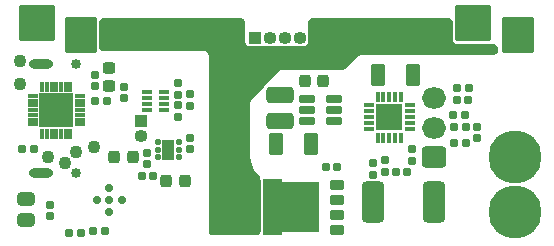
<source format=gbs>
G04 #@! TF.GenerationSoftware,KiCad,Pcbnew,8.0.7-8.0.7-0~ubuntu24.04.1*
G04 #@! TF.CreationDate,2025-01-09T22:08:51-07:00*
G04 #@! TF.ProjectId,2s 40A PSU and charger,32732034-3041-4205-9053-5520616e6420,V1*
G04 #@! TF.SameCoordinates,Original*
G04 #@! TF.FileFunction,Soldermask,Bot*
G04 #@! TF.FilePolarity,Negative*
%FSLAX46Y46*%
G04 Gerber Fmt 4.6, Leading zero omitted, Abs format (unit mm)*
G04 Created by KiCad (PCBNEW 8.0.7-8.0.7-0~ubuntu24.04.1) date 2025-01-09 22:08:51*
%MOMM*%
%LPD*%
G01*
G04 APERTURE LIST*
G04 Aperture macros list*
%AMRoundRect*
0 Rectangle with rounded corners*
0 $1 Rounding radius*
0 $2 $3 $4 $5 $6 $7 $8 $9 X,Y pos of 4 corners*
0 Add a 4 corners polygon primitive as box body*
4,1,4,$2,$3,$4,$5,$6,$7,$8,$9,$2,$3,0*
0 Add four circle primitives for the rounded corners*
1,1,$1+$1,$2,$3*
1,1,$1+$1,$4,$5*
1,1,$1+$1,$6,$7*
1,1,$1+$1,$8,$9*
0 Add four rect primitives between the rounded corners*
20,1,$1+$1,$2,$3,$4,$5,0*
20,1,$1+$1,$4,$5,$6,$7,0*
20,1,$1+$1,$6,$7,$8,$9,0*
20,1,$1+$1,$8,$9,$2,$3,0*%
%AMFreePoly0*
4,1,21,2.385355,3.535355,2.400000,3.500000,2.400000,2.000000,2.385355,1.964645,2.350000,1.950000,2.150000,1.950000,2.150000,-1.100000,2.135355,-1.135355,2.100000,-1.150000,-2.100000,-1.150000,-2.135355,-1.135355,-2.150000,-1.100000,-2.150000,1.950000,-2.350000,1.950000,-2.385355,1.964645,-2.400000,2.000000,-2.400000,3.500000,-2.385355,3.535355,-2.350000,3.550000,2.350000,3.550000,
2.385355,3.535355,2.385355,3.535355,$1*%
G04 Aperture macros list end*
%ADD10C,0.850020*%
%ADD11O,2.050020X0.800020*%
%ADD12RoundRect,0.264706X0.760294X-0.635294X0.760294X0.635294X-0.760294X0.635294X-0.760294X-0.635294X0*%
%ADD13O,2.050000X1.800000*%
%ADD14RoundRect,0.050000X0.500000X-0.500000X0.500000X0.500000X-0.500000X0.500000X-0.500000X-0.500000X0*%
%ADD15O,1.100000X1.100000*%
%ADD16RoundRect,0.050000X-0.500000X-0.500000X0.500000X-0.500000X0.500000X0.500000X-0.500000X0.500000X0*%
%ADD17C,0.800000*%
%ADD18C,4.500000*%
%ADD19C,0.700000*%
%ADD20RoundRect,0.165000X-0.195000X0.165000X-0.195000X-0.165000X0.195000X-0.165000X0.195000X0.165000X0*%
%ADD21RoundRect,0.160000X0.160000X0.210000X-0.160000X0.210000X-0.160000X-0.210000X0.160000X-0.210000X0*%
%ADD22RoundRect,0.118750X0.118750X0.131250X-0.118750X0.131250X-0.118750X-0.131250X0.118750X-0.131250X0*%
%ADD23RoundRect,0.050000X0.500000X0.800000X-0.500000X0.800000X-0.500000X-0.800000X0.500000X-0.800000X0*%
%ADD24RoundRect,0.160000X0.210000X-0.160000X0.210000X0.160000X-0.210000X0.160000X-0.210000X-0.160000X0*%
%ADD25RoundRect,0.165000X-0.165000X-0.195000X0.165000X-0.195000X0.165000X0.195000X-0.165000X0.195000X0*%
%ADD26RoundRect,0.271739X-0.353261X-0.678261X0.353261X-0.678261X0.353261X0.678261X-0.353261X0.678261X0*%
%ADD27RoundRect,0.250000X0.250000X0.275000X-0.250000X0.275000X-0.250000X-0.275000X0.250000X-0.275000X0*%
%ADD28C,1.100000*%
%ADD29RoundRect,0.250000X-0.250000X-0.275000X0.250000X-0.275000X0.250000X0.275000X-0.250000X0.275000X0*%
%ADD30RoundRect,0.066667X-0.318333X-0.133333X0.318333X-0.133333X0.318333X0.133333X-0.318333X0.133333X0*%
%ADD31RoundRect,0.165000X0.195000X-0.165000X0.195000X0.165000X-0.195000X0.165000X-0.195000X-0.165000X0*%
%ADD32RoundRect,0.270000X-0.880000X0.405000X-0.880000X-0.405000X0.880000X-0.405000X0.880000X0.405000X0*%
%ADD33RoundRect,0.160000X-0.210000X0.160000X-0.210000X-0.160000X0.210000X-0.160000X0.210000X0.160000X0*%
%ADD34RoundRect,0.387756X-0.562244X-1.362244X0.562244X-1.362244X0.562244X1.362244X-0.562244X1.362244X0*%
%ADD35RoundRect,0.165000X0.165000X0.195000X-0.165000X0.195000X-0.165000X-0.195000X0.165000X-0.195000X0*%
%ADD36RoundRect,0.160000X-0.160000X-0.210000X0.160000X-0.210000X0.160000X0.210000X-0.160000X0.210000X0*%
%ADD37RoundRect,0.100000X1.250000X1.400000X-1.250000X1.400000X-1.250000X-1.400000X1.250000X-1.400000X0*%
%ADD38RoundRect,0.200000X0.425000X-0.200000X0.425000X0.200000X-0.425000X0.200000X-0.425000X-0.200000X0*%
%ADD39FreePoly0,90.000000*%
%ADD40RoundRect,0.102000X-1.400000X-1.400000X1.400000X-1.400000X1.400000X1.400000X-1.400000X1.400000X0*%
%ADD41RoundRect,0.050000X0.406400X-0.127000X0.406400X0.127000X-0.406400X0.127000X-0.406400X-0.127000X0*%
%ADD42RoundRect,0.050000X0.127000X0.406400X-0.127000X0.406400X-0.127000X-0.406400X0.127000X-0.406400X0*%
%ADD43RoundRect,0.050000X1.079500X1.079500X-1.079500X1.079500X-1.079500X-1.079500X1.079500X-1.079500X0*%
%ADD44RoundRect,0.075000X0.362500X0.075000X-0.362500X0.075000X-0.362500X-0.075000X0.362500X-0.075000X0*%
%ADD45RoundRect,0.075000X0.075000X0.362500X-0.075000X0.362500X-0.075000X-0.362500X0.075000X-0.362500X0*%
%ADD46RoundRect,0.050000X1.400000X1.400000X-1.400000X1.400000X-1.400000X-1.400000X1.400000X-1.400000X0*%
%ADD47RoundRect,0.274390X0.475610X-0.288110X0.475610X0.288110X-0.475610X0.288110X-0.475610X-0.288110X0*%
%ADD48RoundRect,0.175000X0.537500X0.175000X-0.537500X0.175000X-0.537500X-0.175000X0.537500X-0.175000X0*%
%ADD49RoundRect,0.172500X-0.197500X0.172500X-0.197500X-0.172500X0.197500X-0.172500X0.197500X0.172500X0*%
%ADD50RoundRect,0.250000X-0.275000X0.250000X-0.275000X-0.250000X0.275000X-0.250000X0.275000X0.250000X0*%
G04 APERTURE END LIST*
D10*
G04 #@! TO.C,J10*
X113590000Y-117105000D03*
D11*
X110610000Y-117105000D03*
D10*
X113590000Y-126295000D03*
D11*
X110610000Y-126295000D03*
G04 #@! TD*
D12*
G04 #@! TO.C,J2*
X143900000Y-125000000D03*
D13*
X143900000Y-122500000D03*
X143900000Y-120000000D03*
G04 #@! TD*
D14*
G04 #@! TO.C,J11*
X128690000Y-114900000D03*
D15*
X129960000Y-114900000D03*
X131230000Y-114900000D03*
X132500000Y-114900000D03*
G04 #@! TD*
D16*
G04 #@! TO.C,J12*
X119100000Y-121900000D03*
D15*
X119100000Y-123170000D03*
G04 #@! TD*
D17*
G04 #@! TO.C,H1*
X149050000Y-129600000D03*
X149533274Y-128433274D03*
X149533274Y-130766726D03*
X150700000Y-127950000D03*
D18*
X150700000Y-129600000D03*
D17*
X150700000Y-131250000D03*
X151866726Y-128433274D03*
X151866726Y-130766726D03*
X152350000Y-129600000D03*
G04 #@! TD*
D19*
G04 #@! TO.C,U3*
X116400000Y-127550000D03*
X117450000Y-128600000D03*
X116400000Y-128600000D03*
X115350000Y-128600000D03*
X116400000Y-129650000D03*
G04 #@! TD*
D20*
G04 #@! TO.C,C32*
X119600000Y-124620000D03*
X119600000Y-125580000D03*
G04 #@! TD*
D21*
G04 #@! TO.C,R30*
X114010000Y-131400000D03*
X112990000Y-131400000D03*
G04 #@! TD*
D22*
G04 #@! TO.C,U7*
X122275000Y-123700000D03*
X122275000Y-124350000D03*
X122275000Y-125000000D03*
X120500000Y-125000000D03*
X120500000Y-124350000D03*
X120500000Y-123700000D03*
D23*
X121387500Y-124350000D03*
G04 #@! TD*
D24*
G04 #@! TO.C,R26*
X122200000Y-119710000D03*
X122200000Y-118690000D03*
G04 #@! TD*
D25*
G04 #@! TO.C,C15*
X119120000Y-126600000D03*
X120080000Y-126600000D03*
G04 #@! TD*
D26*
G04 #@! TO.C,C28*
X139124999Y-118000000D03*
X142075001Y-118000000D03*
G04 #@! TD*
D21*
G04 #@! TO.C,R31*
X116010000Y-131200000D03*
X114990000Y-131200000D03*
G04 #@! TD*
D27*
G04 #@! TO.C,C31*
X118375000Y-125000000D03*
X116825000Y-125000000D03*
G04 #@! TD*
G04 #@! TO.C,C40*
X134475000Y-118500000D03*
X132925000Y-118500000D03*
G04 #@! TD*
D28*
G04 #@! TO.C,TP4*
X108800000Y-116800000D03*
G04 #@! TD*
G04 #@! TO.C,TP3*
X113600000Y-124500000D03*
G04 #@! TD*
D29*
G04 #@! TO.C,C24*
X121225000Y-127000000D03*
X122775000Y-127000000D03*
G04 #@! TD*
D21*
G04 #@! TO.C,R16*
X146610000Y-122400000D03*
X145590000Y-122400000D03*
G04 #@! TD*
D30*
G04 #@! TO.C,U5*
X119560000Y-120950000D03*
X119560000Y-120450000D03*
X119560000Y-119950000D03*
X119560000Y-119450000D03*
X121040000Y-119450000D03*
X121040000Y-119950000D03*
X121040000Y-120450000D03*
X121040000Y-120950000D03*
G04 #@! TD*
D31*
G04 #@! TO.C,C13*
X147500000Y-123380000D03*
X147500000Y-122420000D03*
G04 #@! TD*
D21*
G04 #@! TO.C,R17*
X146810000Y-119100000D03*
X145790000Y-119100000D03*
G04 #@! TD*
D28*
G04 #@! TO.C,TP2*
X115100000Y-124100000D03*
G04 #@! TD*
D32*
G04 #@! TO.C,L3*
X130800000Y-119725000D03*
X130800000Y-121875000D03*
G04 #@! TD*
D33*
G04 #@! TO.C,R6*
X138700000Y-125440000D03*
X138700000Y-126460000D03*
G04 #@! TD*
D28*
G04 #@! TO.C,TP5*
X112600000Y-125500000D03*
G04 #@! TD*
G04 #@! TO.C,TP6*
X111200000Y-125000000D03*
G04 #@! TD*
D33*
G04 #@! TO.C,R5*
X139700000Y-125240000D03*
X139700000Y-126260000D03*
G04 #@! TD*
D34*
G04 #@! TO.C,R14*
X138687500Y-128800000D03*
X143912500Y-128800000D03*
G04 #@! TD*
D33*
G04 #@! TO.C,R27*
X123200000Y-119590000D03*
X123200000Y-120610000D03*
G04 #@! TD*
D35*
G04 #@! TO.C,C30*
X109980000Y-124300000D03*
X109020000Y-124300000D03*
G04 #@! TD*
D36*
G04 #@! TO.C,R33*
X115190000Y-120200000D03*
X116210000Y-120200000D03*
G04 #@! TD*
D33*
G04 #@! TO.C,R4*
X142000000Y-124290000D03*
X142000000Y-125310000D03*
G04 #@! TD*
D37*
G04 #@! TO.C,J8*
X150950000Y-114600000D03*
G04 #@! TD*
D20*
G04 #@! TO.C,C25*
X115200000Y-118020000D03*
X115200000Y-118980000D03*
G04 #@! TD*
D35*
G04 #@! TO.C,C19*
X146780000Y-120100000D03*
X145820000Y-120100000D03*
G04 #@! TD*
D38*
G04 #@! TO.C,Q6*
X135650000Y-127295000D03*
X135650000Y-128565000D03*
X135650000Y-129835000D03*
X135650000Y-131105000D03*
D39*
X132925000Y-129200000D03*
G04 #@! TD*
D20*
G04 #@! TO.C,C33*
X123200000Y-123320000D03*
X123200000Y-124280000D03*
G04 #@! TD*
D35*
G04 #@! TO.C,C18*
X146460000Y-121400000D03*
X145500000Y-121400000D03*
G04 #@! TD*
D40*
G04 #@! TO.C,J7*
X110250000Y-113650000D03*
G04 #@! TD*
D41*
G04 #@! TO.C,U1*
X141827200Y-120599748D03*
X141827200Y-121099874D03*
X141827200Y-121600000D03*
X141827200Y-122100126D03*
X141827200Y-122600252D03*
D42*
X141100252Y-123327200D03*
X140600126Y-123327200D03*
X140100000Y-123327200D03*
X139599874Y-123327200D03*
X139099748Y-123327200D03*
D41*
X138372800Y-122600252D03*
X138372800Y-122100126D03*
X138372800Y-121600000D03*
X138372800Y-121099874D03*
X138372800Y-120599748D03*
D42*
X139099748Y-119872800D03*
X139599874Y-119872800D03*
X140100000Y-119872800D03*
X140600126Y-119872800D03*
X141100252Y-119872800D03*
D43*
X140100000Y-121600000D03*
G04 #@! TD*
D35*
G04 #@! TO.C,C4*
X135680000Y-125800000D03*
X134720000Y-125800000D03*
G04 #@! TD*
D26*
G04 #@! TO.C,C27*
X130525000Y-123900000D03*
X133475000Y-123900000D03*
G04 #@! TD*
D44*
G04 #@! TO.C,U6*
X113887500Y-119800000D03*
X113887500Y-120200000D03*
X113887500Y-120600000D03*
X113887500Y-121000000D03*
X113887500Y-121400000D03*
X113887500Y-121800000D03*
X113887500Y-122200000D03*
D45*
X113100000Y-122987500D03*
X112700000Y-122987500D03*
X112300000Y-122987500D03*
X111900000Y-122987500D03*
X111500000Y-122987500D03*
X111100000Y-122987500D03*
X110700000Y-122987500D03*
D44*
X109912500Y-122200000D03*
X109912500Y-121800000D03*
X109912500Y-121400000D03*
X109912500Y-121000000D03*
X109912500Y-120600000D03*
X109912500Y-120200000D03*
X109912500Y-119800000D03*
D45*
X110700000Y-119012500D03*
X111100000Y-119012500D03*
X111500000Y-119012500D03*
X111900000Y-119012500D03*
X112300000Y-119012500D03*
X112700000Y-119012500D03*
X113100000Y-119012500D03*
D46*
X111900000Y-121000000D03*
G04 #@! TD*
D47*
G04 #@! TO.C,R9*
X109300000Y-130312500D03*
X109300000Y-128487500D03*
G04 #@! TD*
D28*
G04 #@! TO.C,TP1*
X108800000Y-118800000D03*
G04 #@! TD*
D21*
G04 #@! TO.C,R15*
X146610000Y-123800000D03*
X145590000Y-123800000D03*
G04 #@! TD*
D24*
G04 #@! TO.C,R28*
X122200000Y-121610000D03*
X122200000Y-120590000D03*
G04 #@! TD*
D48*
G04 #@! TO.C,U2*
X135437500Y-120050000D03*
X135437500Y-121000000D03*
X135437500Y-121950000D03*
X133162500Y-121950000D03*
X133162500Y-121000000D03*
X133162500Y-120050000D03*
G04 #@! TD*
D49*
G04 #@! TO.C,D2*
X111400000Y-129015000D03*
X111400000Y-129985000D03*
G04 #@! TD*
D37*
G04 #@! TO.C,J9*
X113950000Y-114600000D03*
G04 #@! TD*
D50*
G04 #@! TO.C,C26*
X116400000Y-117425000D03*
X116400000Y-118975000D03*
G04 #@! TD*
D31*
G04 #@! TO.C,C29*
X117600000Y-119980000D03*
X117600000Y-119020000D03*
G04 #@! TD*
D40*
G04 #@! TO.C,J6*
X147200001Y-113650000D03*
G04 #@! TD*
D35*
G04 #@! TO.C,C3*
X141580000Y-126200000D03*
X140620000Y-126200000D03*
G04 #@! TD*
D17*
G04 #@! TO.C,H2*
X149533274Y-123833274D03*
X150700000Y-123350000D03*
X149050000Y-125000000D03*
X151866726Y-123833274D03*
D18*
X150700000Y-125000000D03*
D17*
X149533274Y-126166726D03*
X152350000Y-125000000D03*
X150700000Y-126650000D03*
X151866726Y-126166726D03*
G04 #@! TD*
G36*
X127509641Y-113201527D02*
G01*
X127604206Y-113216504D01*
X127641104Y-113228492D01*
X127717616Y-113267477D01*
X127749002Y-113290281D01*
X127809718Y-113350997D01*
X127832522Y-113382383D01*
X127871507Y-113458895D01*
X127883495Y-113495792D01*
X127898473Y-113590357D01*
X127900000Y-113609755D01*
X127900000Y-115200005D01*
X127919575Y-115323604D01*
X127976394Y-115435114D01*
X127976397Y-115435119D01*
X128064880Y-115523602D01*
X128064885Y-115523605D01*
X128176396Y-115580424D01*
X128176395Y-115580424D01*
X128299995Y-115600000D01*
X132800005Y-115600000D01*
X132923604Y-115580424D01*
X133035114Y-115523605D01*
X133035119Y-115523602D01*
X133123602Y-115435119D01*
X133123605Y-115435114D01*
X133180424Y-115323604D01*
X133200000Y-115200005D01*
X133200000Y-113609755D01*
X133201527Y-113590358D01*
X133216504Y-113495793D01*
X133228492Y-113458895D01*
X133267477Y-113382383D01*
X133290281Y-113350997D01*
X133350997Y-113290281D01*
X133382383Y-113267477D01*
X133458895Y-113228492D01*
X133495793Y-113216503D01*
X133590359Y-113201526D01*
X133609756Y-113200000D01*
X145090244Y-113200000D01*
X145109641Y-113201527D01*
X145204206Y-113216504D01*
X145241104Y-113228492D01*
X145317616Y-113267477D01*
X145349002Y-113290281D01*
X145409718Y-113350997D01*
X145432522Y-113382383D01*
X145471507Y-113458895D01*
X145483495Y-113495792D01*
X145498473Y-113590357D01*
X145500000Y-113609755D01*
X145500000Y-115000005D01*
X145519575Y-115123604D01*
X145576394Y-115235114D01*
X145576397Y-115235119D01*
X145664880Y-115323602D01*
X145664885Y-115323605D01*
X145776396Y-115380424D01*
X145776395Y-115380424D01*
X145899995Y-115400000D01*
X148890244Y-115400000D01*
X148909641Y-115401527D01*
X149004206Y-115416504D01*
X149041104Y-115428492D01*
X149117616Y-115467477D01*
X149149002Y-115490281D01*
X149209718Y-115550997D01*
X149232522Y-115582383D01*
X149271507Y-115658895D01*
X149283495Y-115695792D01*
X149298473Y-115790357D01*
X149300000Y-115809755D01*
X149300000Y-115890244D01*
X149298473Y-115909642D01*
X149283495Y-116004207D01*
X149271507Y-116041104D01*
X149232522Y-116117616D01*
X149209718Y-116149002D01*
X149149002Y-116209718D01*
X149117616Y-116232522D01*
X149041104Y-116271507D01*
X149004207Y-116283495D01*
X148909642Y-116298473D01*
X148890244Y-116300000D01*
X137757074Y-116300000D01*
X137610872Y-116327677D01*
X137610867Y-116327679D01*
X137484893Y-116406884D01*
X137484890Y-116406887D01*
X136323630Y-117485199D01*
X136305257Y-117499308D01*
X136209004Y-117559827D01*
X136166066Y-117576688D01*
X136054356Y-117597836D01*
X136031291Y-117600000D01*
X130974766Y-117600000D01*
X130866298Y-117614987D01*
X130765956Y-117658828D01*
X130765950Y-117658832D01*
X130681262Y-117728236D01*
X128406494Y-120184986D01*
X128406493Y-120184987D01*
X128327573Y-120310807D01*
X128327572Y-120310809D01*
X128300000Y-120456744D01*
X128300000Y-124846427D01*
X128300001Y-124846458D01*
X128303537Y-124899516D01*
X128303539Y-124899530D01*
X128314092Y-124951674D01*
X128579910Y-125926337D01*
X128606487Y-125996826D01*
X128606491Y-125996833D01*
X128645811Y-126061080D01*
X128645812Y-126061082D01*
X129114001Y-126685335D01*
X129124638Y-126702186D01*
X129170134Y-126789018D01*
X129182696Y-126826704D01*
X129198399Y-126923467D01*
X129200000Y-126943330D01*
X129200000Y-131190244D01*
X129198473Y-131209642D01*
X129183495Y-131304207D01*
X129171507Y-131341104D01*
X129132522Y-131417616D01*
X129109718Y-131449002D01*
X129049002Y-131509718D01*
X129017616Y-131532522D01*
X128941104Y-131571507D01*
X128904207Y-131583495D01*
X128809642Y-131598473D01*
X128790244Y-131600000D01*
X125209756Y-131600000D01*
X125190358Y-131598473D01*
X125095792Y-131583495D01*
X125058895Y-131571507D01*
X124982383Y-131532522D01*
X124950997Y-131509718D01*
X124890281Y-131449002D01*
X124867477Y-131417616D01*
X124828492Y-131341104D01*
X124816504Y-131304206D01*
X124801527Y-131209641D01*
X124800000Y-131190244D01*
X124800000Y-116399994D01*
X124780424Y-116276395D01*
X124723605Y-116164885D01*
X124723602Y-116164880D01*
X124635119Y-116076397D01*
X124635114Y-116076394D01*
X124523603Y-116019575D01*
X124523604Y-116019575D01*
X124400005Y-116000000D01*
X115909756Y-116000000D01*
X115890358Y-115998473D01*
X115795792Y-115983495D01*
X115758895Y-115971507D01*
X115682383Y-115932522D01*
X115650997Y-115909718D01*
X115590281Y-115849002D01*
X115567477Y-115817616D01*
X115528492Y-115741104D01*
X115516504Y-115704206D01*
X115501527Y-115609641D01*
X115500000Y-115590244D01*
X115500000Y-113609755D01*
X115501527Y-113590358D01*
X115516504Y-113495793D01*
X115528492Y-113458895D01*
X115567477Y-113382383D01*
X115590281Y-113350997D01*
X115650997Y-113290281D01*
X115682383Y-113267477D01*
X115758895Y-113228492D01*
X115795793Y-113216503D01*
X115890359Y-113201526D01*
X115909756Y-113200000D01*
X127490244Y-113200000D01*
X127509641Y-113201527D01*
G37*
M02*

</source>
